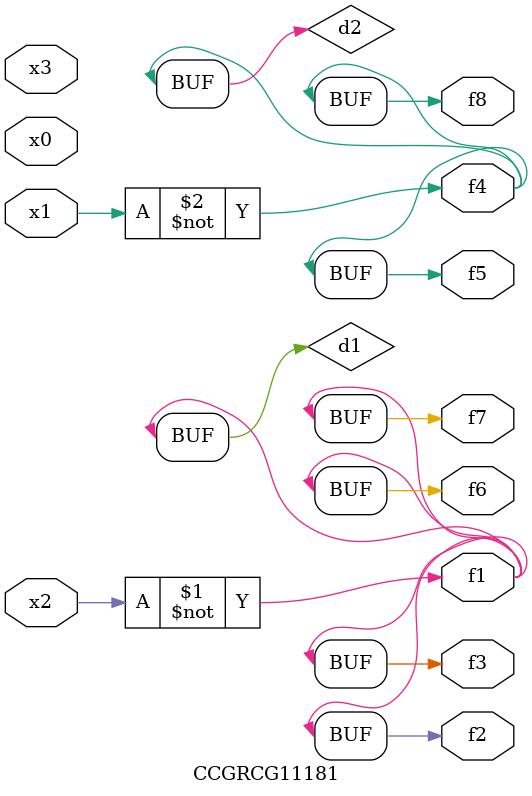
<source format=v>
module CCGRCG11181(
	input x0, x1, x2, x3,
	output f1, f2, f3, f4, f5, f6, f7, f8
);

	wire d1, d2;

	xnor (d1, x2);
	not (d2, x1);
	assign f1 = d1;
	assign f2 = d1;
	assign f3 = d1;
	assign f4 = d2;
	assign f5 = d2;
	assign f6 = d1;
	assign f7 = d1;
	assign f8 = d2;
endmodule

</source>
